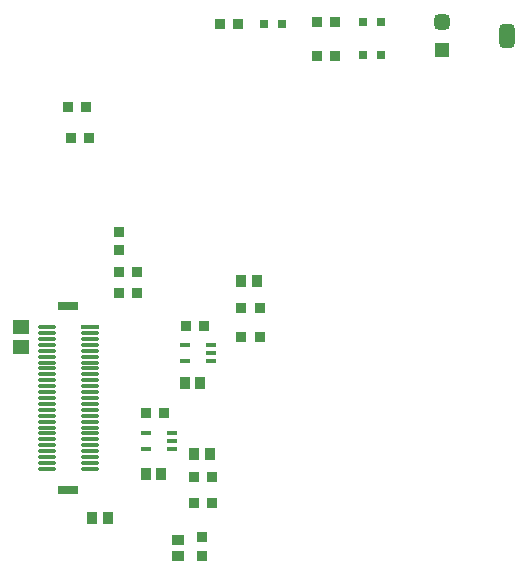
<source format=gtp>
G04*
G04 #@! TF.GenerationSoftware,Altium Limited,Altium Designer,19.1.7 (138)*
G04*
G04 Layer_Color=8421504*
%FSLAX25Y25*%
%MOIN*%
G70*
G01*
G75*
%ADD16R,0.03347X0.01378*%
%ADD17R,0.05512X0.04528*%
%ADD18R,0.03150X0.03150*%
%ADD19R,0.03347X0.03347*%
%ADD20R,0.05118X0.05118*%
G04:AMPARAMS|DCode=21|XSize=51.18mil|YSize=51.18mil|CornerRadius=12.8mil|HoleSize=0mil|Usage=FLASHONLY|Rotation=180.000|XOffset=0mil|YOffset=0mil|HoleType=Round|Shape=RoundedRectangle|*
%AMROUNDEDRECTD21*
21,1,0.05118,0.02559,0,0,180.0*
21,1,0.02559,0.05118,0,0,180.0*
1,1,0.02559,-0.01280,0.01280*
1,1,0.02559,0.01280,0.01280*
1,1,0.02559,0.01280,-0.01280*
1,1,0.02559,-0.01280,-0.01280*
%
%ADD21ROUNDEDRECTD21*%
G04:AMPARAMS|DCode=22|XSize=51.18mil|YSize=78.74mil|CornerRadius=12.8mil|HoleSize=0mil|Usage=FLASHONLY|Rotation=180.000|XOffset=0mil|YOffset=0mil|HoleType=Round|Shape=RoundedRectangle|*
%AMROUNDEDRECTD22*
21,1,0.05118,0.05315,0,0,180.0*
21,1,0.02559,0.07874,0,0,180.0*
1,1,0.02559,-0.01280,0.02657*
1,1,0.02559,0.01280,0.02657*
1,1,0.02559,0.01280,-0.02657*
1,1,0.02559,-0.01280,-0.02657*
%
%ADD22ROUNDEDRECTD22*%
%ADD23R,0.03347X0.03347*%
%ADD24R,0.03543X0.03937*%
%ADD25R,0.03937X0.03543*%
%ADD26R,0.07087X0.03150*%
%ADD27R,0.06299X0.01181*%
%ADD28O,0.06299X0.01181*%
D16*
X56004Y42224D02*
D03*
Y44783D02*
D03*
Y47343D02*
D03*
X47343D02*
D03*
Y42224D02*
D03*
X60630Y71457D02*
D03*
Y76575D02*
D03*
X69291D02*
D03*
Y74016D02*
D03*
Y71457D02*
D03*
D17*
X5812Y82855D02*
D03*
Y75965D02*
D03*
D18*
X119837Y184271D02*
D03*
X125743D02*
D03*
X119837Y173276D02*
D03*
X125743D02*
D03*
X92716Y183858D02*
D03*
X86811D02*
D03*
D19*
X27461Y155905D02*
D03*
X21358D02*
D03*
X28543Y145669D02*
D03*
X22441D02*
D03*
X110487Y173228D02*
D03*
X104385D02*
D03*
X110487Y184231D02*
D03*
X104385D02*
D03*
X78248Y183819D02*
D03*
X72146D02*
D03*
X44587Y101181D02*
D03*
X38484D02*
D03*
X44587Y94095D02*
D03*
X38484D02*
D03*
X85366Y79527D02*
D03*
X79264D02*
D03*
X69587Y24016D02*
D03*
X63484D02*
D03*
Y32677D02*
D03*
X69587D02*
D03*
X66831Y82972D02*
D03*
X60728D02*
D03*
X53445Y54151D02*
D03*
X47343D02*
D03*
X79232Y89173D02*
D03*
X85335D02*
D03*
D20*
X146063Y175197D02*
D03*
D21*
Y184252D02*
D03*
D22*
X167717Y179724D02*
D03*
D23*
X38386Y108366D02*
D03*
Y114469D02*
D03*
X66142Y6496D02*
D03*
Y12598D02*
D03*
D24*
X84579Y98031D02*
D03*
X79264D02*
D03*
X68799Y40551D02*
D03*
X63484D02*
D03*
X29528Y18898D02*
D03*
X34843D02*
D03*
X60335Y64173D02*
D03*
X65650D02*
D03*
X47343Y33645D02*
D03*
X52658D02*
D03*
D25*
X58268Y6398D02*
D03*
Y11713D02*
D03*
D26*
X21654Y28346D02*
D03*
Y89764D02*
D03*
D27*
X28740Y82677D02*
D03*
D28*
Y80709D02*
D03*
Y78740D02*
D03*
Y76772D02*
D03*
Y74803D02*
D03*
Y72835D02*
D03*
Y70866D02*
D03*
Y68898D02*
D03*
Y66929D02*
D03*
Y64961D02*
D03*
Y62992D02*
D03*
Y61024D02*
D03*
Y59055D02*
D03*
Y57087D02*
D03*
Y55118D02*
D03*
Y53150D02*
D03*
Y51181D02*
D03*
Y49213D02*
D03*
Y47244D02*
D03*
Y45276D02*
D03*
Y43307D02*
D03*
Y41339D02*
D03*
Y39370D02*
D03*
Y37402D02*
D03*
Y35433D02*
D03*
X14567D02*
D03*
Y37402D02*
D03*
Y39370D02*
D03*
Y41339D02*
D03*
Y43307D02*
D03*
Y45276D02*
D03*
Y47244D02*
D03*
Y49213D02*
D03*
Y51181D02*
D03*
Y53150D02*
D03*
Y55118D02*
D03*
Y57087D02*
D03*
Y59055D02*
D03*
Y61024D02*
D03*
Y62992D02*
D03*
Y64961D02*
D03*
Y66929D02*
D03*
Y68898D02*
D03*
Y70866D02*
D03*
Y72835D02*
D03*
Y74803D02*
D03*
Y76772D02*
D03*
Y78740D02*
D03*
Y80709D02*
D03*
Y82677D02*
D03*
M02*

</source>
